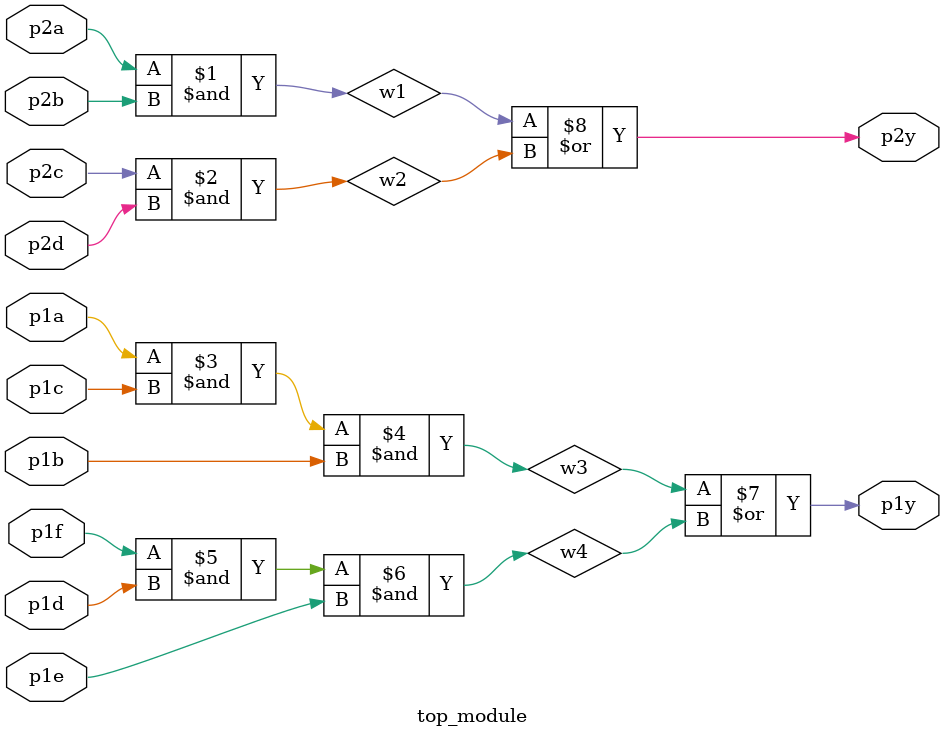
<source format=v>
module top_module ( 
    input p1a, p1b, p1c, p1d, p1e, p1f,
    output p1y,
    input p2a, p2b, p2c, p2d,
    output p2y );
wire w1,w2,w3,w4;
    assign w1=p2a&p2b;
    assign w2=p2c&p2d;
    assign w3=p1a&p1c&p1b;
    assign w4=p1f&p1d&p1e;
    assign p1y = w3 | w4;
    assign p2y = w1 | w2;
endmodule

</source>
